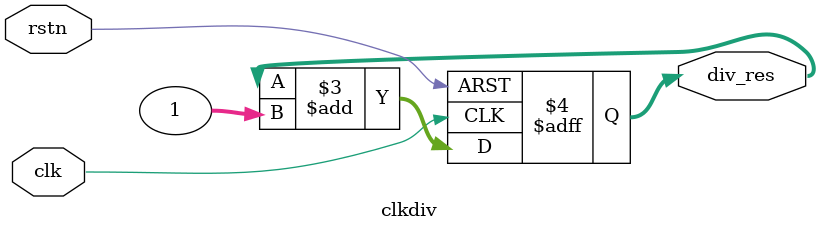
<source format=v>
module clkdiv(
    input               clk,
    input               rstn,
    output reg [31:0]   div_res
);

always @(posedge clk, negedge rstn) begin     // When postive edge of `clk` comes
    if(!rstn) begin
        div_res <= 32'b0;
    end
    else begin
        div_res <= div_res + 32'b1;  // Increase `div_res` by 1
    end
end

endmodule


</source>
